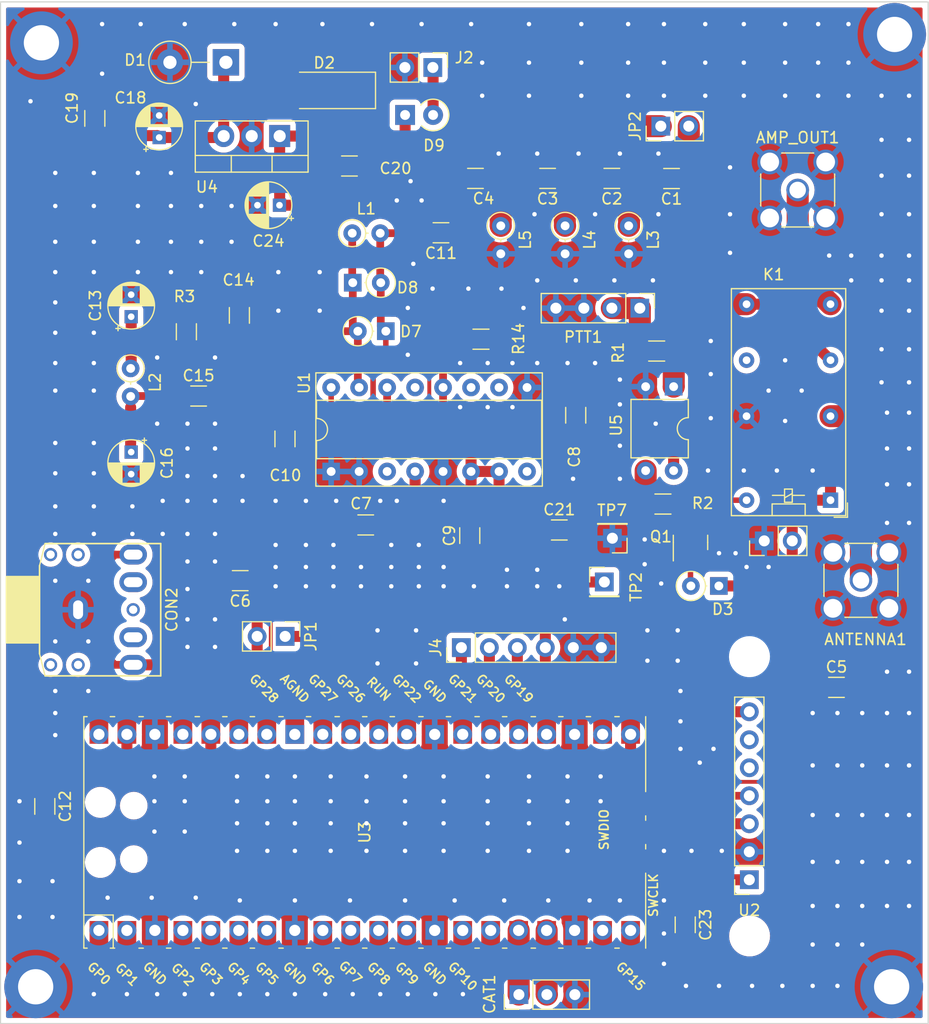
<source format=kicad_pcb>
(kicad_pcb (version 20211014) (generator pcbnew)
  (layers (0 "F.Cu" signal) (31 "B.Cu" signal) (34 "B.Paste" user) (35 "F.Paste" user) (36 "B.SilkS" user "B.Silkscreen") (37 "F.SilkS" user "F.Silkscreen") (38 "B.Mask" user) (39 "F.Mask" user) (44 "Edge.Cuts" user))
  (net 0 "")
  (net 1 "GNDPWR")
  (net 2 "RXB")
  (net 3 "RXA")
  (net 4 "Net-(C11-Pad2)")
  (net 5 "Net-(C11-Pad1)")
  (net 6 "+3V3")
  (net 7 "RX_OSC")
  (net 8 "Net-(C21-Pad1)")
  (net 9 "Net-(D9-Pad2)")
  (net 11 "SCL")
  (net 12 "SDA")
  (net 13 "Net-(C13-Pad1)")
  (net 14 "Net-(C10-Pad2)")
  (net 34 "Net-(CAT1-Pad1)")
  (net 35 "Net-(CAT1-Pad2)")
  (net 39 "Net-(J4-Pad1)")
  (net 40 "Net-(J4-Pad2)")
  (net 41 "Net-(J4-Pad3)")
  (net 50 "+5V")
  (net 51 "Net-(C20-Pad1)")
  (net 52 "Net-(JP1-Pad1)")
  (net 53 "Net-(C1-Pad2)")
  (net 54 "Net-(C2-Pad2)")
  (net 55 "Net-(C3-Pad2)")
  (net 57 "Net-(PTT1-Pad1)")
  (net 58 "Net-(R1-Pad2)")
  (net 59 "Net-(ANTENNA1-Pad1)")
  (net 60 "RX")
  (net 61 "TX")
  (net 62 "Net-(D3-Pad2)")
  (net 64 "Net-(R2-Pad1)")
  (net 65 "Net-(Q1-Pad1)")
  (footprint "MountingHole:MountingHole_3.2mm_M3_ISO7380_Pad" (layer "F.Cu") (at 173.678 129.574)
    (fp_text reference "H1" hide)
    (fp_text value "MountingHole_Pad" hide)
  )
  (footprint "MountingHole:MountingHole_3.2mm_M3_ISO7380_Pad" (layer "F.Cu") (at 173.948 43.184)
    (fp_text reference "H2" hide)
    (fp_text value "MountingHole_Pad" hide)
  )
  (footprint "MountingHole:MountingHole_3.2mm_M3_ISO7380_Pad" (layer "F.Cu") (at 95.978 129.574)
    (fp_text reference "H3" hide)
    (fp_text value "MountingHole_Pad" hide)
  )
  (footprint "MountingHole:MountingHole_3.2mm_M3_ISO7380_Pad" (layer "F.Cu") (at 96.5 43.94)
    (fp_text reference "H4" hide)
    (fp_text value "MountingHole_Pad" hide)
  )
  (footprint "Connector_PinHeader_2.54mm:PinHeader_1x02_P2.54mm_Vertical" (layer "F.Cu") (at 132.032 46.18 -90)
    (fp_text reference "J2")
    (fp_text value "12v (Max 19v)" hide)
  )
  (footprint "Package_DIP:DIP-16_W7.62mm_Socket" (layer "F.Cu") (at 122.8 82.83 90)
    (fp_text reference "U1")
    (fp_text value "CD2003GB_GP" hide)
  )
  (footprint "Connector_PinSocket_2.54mm:PinSocket_1x07_P2.54mm_Vertical" (layer "F.Cu") (at 160.757 119.868 180)
    (fp_text reference "U2")
    (fp_text value "SI535X_Module")
  )
  (footprint "Capacitor_SMD:C_1206_3216Metric_Pad1.33x1.80mm_HandSolder" (layer "F.Cu") (at 114.5455 92.734 180)
    (fp_text reference "C6")
    (fp_text value "100nF" hide)
  )
  (footprint "Capacitor_SMD:C_1206_3216Metric_Pad1.33x1.80mm_HandSolder" (layer "F.Cu") (at 154.94 123.952 -90)
    (fp_text reference "C23")
    (fp_text value "100nF" hide)
  )
  (footprint "Capacitor_THT:CP_Radial_D4.0mm_P2.00mm" (layer "F.Cu") (at 107.188 52.534599 90)
    (fp_text reference "C18")
    (fp_text value "10uF/16V" hide)
  )
  (footprint "Capacitor_SMD:C_1206_3216Metric_Pad1.33x1.80mm_HandSolder" (layer "F.Cu") (at 101.346 50.8 90)
    (fp_text reference "C19")
    (fp_text value "100nF" hide)
  )
  (footprint "Capacitor_SMD:C_1206_3216Metric_Pad1.33x1.80mm_HandSolder" (layer "F.Cu") (at 124.46 55.118)
    (fp_text reference "C20")
    (fp_text value "100nF" hide)
  )
  (footprint "Capacitor_THT:CP_Radial_D4.0mm_P2.00mm" (layer "F.Cu") (at 118.11 58.674 180)
    (fp_text reference "C24")
    (fp_text value "100uF/16V" hide)
  )
  (footprint "Capacitor_SMD:C_1206_3216Metric_Pad1.33x1.80mm_HandSolder" (layer "F.Cu") (at 132.768 61.174 180)
    (fp_text reference "C11")
    (fp_text value "680pF" hide)
  )
  (footprint "Capacitor_SMD:C_1206_3216Metric_Pad1.33x1.80mm_HandSolder" (layer "F.Cu") (at 118.608 79.874 90)
    (fp_text reference "C10")
    (fp_text value "100nF" hide)
  )
  (footprint "Capacitor_SMD:C_1206_3216Metric_Pad1.33x1.80mm_HandSolder" (layer "F.Cu") (at 145 77.73 90)
    (fp_text reference "C8")
    (fp_text value "100nF" hide)
  )
  (footprint "Capacitor_SMD:C_1206_3216Metric_Pad1.33x1.80mm_HandSolder" (layer "F.Cu") (at 143.51 88.138)
    (fp_text reference "C21")
    (fp_text value "100nF" hide)
  )
  (footprint "Capacitor_SMD:C_1206_3216Metric_Pad1.33x1.80mm_HandSolder" (layer "F.Cu") (at 135.382 88.646 90)
    (fp_text reference "C9")
    (fp_text value "100nF" hide)
  )
  (footprint "Capacitor_THT:CP_Radial_D4.0mm_P2.00mm" (layer "F.Cu") (at 104.648 68.790599 90)
    (fp_text reference "C13")
    (fp_text value "10uF/16V" hide)
  )
  (footprint "Capacitor_SMD:C_1206_3216Metric_Pad1.33x1.80mm_HandSolder" (layer "F.Cu") (at 114.47 68.67 90)
    (fp_text reference "C14")
    (fp_text value "100nF" hide)
  )
  (footprint "Capacitor_SMD:C_1206_3216Metric_Pad1.33x1.80mm_HandSolder" (layer "F.Cu") (at 110.768 75.984)
    (fp_text reference "C15")
    (fp_text value "100nF" hide)
  )
  (footprint "Capacitor_THT:CP_Radial_D4.0mm_P2.00mm" (layer "F.Cu") (at 104.648 81.069401 -90)
    (fp_text reference "C16")
    (fp_text value "100uF/16V")
  )
  (footprint "Diode_THT:D_DO-35_SOD27_P2.54mm_Vertical_KathodeUp" (layer "F.Cu") (at 127.762 70.104 180)
    (fp_text reference "D7")
    (fp_text value "1N4148" hide)
  )
  (footprint "Diode_THT:D_DO-35_SOD27_P2.54mm_Vertical_KathodeUp" (layer "F.Cu") (at 124.762 65.704)
    (fp_text reference "D8")
    (fp_text value "1N4148" hide)
  )
  (footprint "Diode_THT:D_A-405_P2.54mm_Vertical_KathodeUp" (layer "F.Cu") (at 129.512 50.49)
    (fp_text reference "D9")
    (fp_text value "1N5817" hide)
  )
  (footprint "Inductor_THT:L_Axial_L5.3mm_D2.2mm_P2.54mm_Vertical_Vishay_IM-1" (layer "F.Cu") (at 104.6 73.48 -90)
    (fp_text reference "L2")
    (fp_text value "100uH")
  )
  (footprint "Inductor_THT:L_Axial_L5.3mm_D2.2mm_P2.54mm_Vertical_Vishay_IM-1" (layer "F.Cu") (at 124.714 61.214)
    (fp_text reference "L1")
    (fp_text value "1uH")
  )
  (footprint "Resistor_SMD:R_1206_3216Metric_Pad1.30x1.75mm_HandSolder" (layer "F.Cu") (at 136.4 70.83)
    (fp_text reference "R14")
    (fp_text value "100" hide)
  )
  (footprint "Connector_PinHeader_2.54mm:PinHeader_1x01_P2.54mm_Vertical" (layer "F.Cu") (at 147.598 92.854)
    (fp_text reference "TP2")
    (fp_text value "CLK1" hide)
  )
  (footprint "Connector_PinHeader_2.54mm:PinHeader_1x01_P2.54mm_Vertical" (layer "F.Cu") (at 148.328 88.884 180)
    (fp_text reference "TP7")
    (fp_text value "GND" hide)
  )
  (footprint "Relay_THT:Relay_DPDT_Omron_G5V-2" (layer "F.Cu") (at 168.128 85.434 180)
    (fp_text reference "K1")
    (fp_text value "Omron G5V-2 / OEN 46-05-2C" hide)
  )
  (footprint "Package_DIP:DIP-4_W7.62mm" (layer "F.Cu") (at 153.888 75.134 -90)
    (fp_text reference "U5")
    (fp_text value "EL817 (OC)" hide)
  )
  (footprint "Capacitor_SMD:C_1206_3216Metric_Pad1.33x1.80mm_HandSolder" (layer "F.Cu") (at 96.808 113.214 -90)
    (fp_text reference "C12")
    (fp_text value "100nF" hide)
  )
  (footprint "Capacitor_SMD:C_1206_3216Metric_Pad1.33x1.80mm_HandSolder" (layer "F.Cu") (at 153.698 56.254 180)
    (fp_text reference "C1")
    (fp_text value "2.2nF" hide)
  )
  (footprint "Connector_Coaxial:SMA_Amphenol_901-144_Vertical" (layer "F.Cu") (at 170.888 92.704)
    (fp_text reference "ANTENNA1")
    (fp_text value "SMA" hide)
  )
  (footprint "Resistor_SMD:R_1206_3216Metric_Pad1.30x1.75mm_HandSolder" (layer "F.Cu") (at 152.918 85.784)
    (fp_text reference "R2")
    (fp_text value "120 or 220" hide)
  )
  (footprint "Connector_PinHeader_2.54mm:PinHeader_1x04_P2.54mm_Vertical" (layer "F.Cu") (at 150.818 68.014 -90)
    (fp_text reference "PTT1")
    (fp_text value "GPIO (3.3v)" hide)
  )
  (footprint "MountingHole:MountingHole_2.7mm_M2.5" (layer "F.Cu") (at 160.782 124.968 90)
    (fp_text reference "S1" hide)
    (fp_text value "MountingHole" hide)
  )
  (footprint "Resistor_SMD:R_1206_3216Metric_Pad1.30x1.75mm_HandSolder" (layer "F.Cu") (at 152.348 71.904)
    (fp_text reference "R1")
    (fp_text value "470" hide)
  )
  (footprint "Diode_THT:D_DO-35_SOD27_P2.54mm_Vertical_KathodeUp" (layer "F.Cu") (at 157.993686 93.214 180)
    (fp_text reference "D3")
    (fp_text value "1N4148" hide)
  )
  (footprint "Connector_PinHeader_2.54mm:PinHeader_1x02_P2.54mm_Vertical" (layer "F.Cu") (at 118.623 97.79 -90)
    (fp_text reference "JP1")
    (fp_text value "Jumper_2_Open" hide)
  )
  (footprint "Connector_PinHeader_2.54mm:PinHeader_1x03_P2.54mm_Vertical" (layer "F.Cu") (at 139.843 130.284 90)
    (fp_text reference "CAT1")
    (fp_text value "CAT")
  )
  (footprint "Connector_Coaxial:SMA_Amphenol_901-144_Vertical" (layer "F.Cu") (at 165.148 57.294)
    (fp_text reference "AMP_OUT1")
    (fp_text value "SMA" hide)
  )
  (footprint "Capacitor_SMD:C_1206_3216Metric_Pad1.33x1.80mm_HandSolder" (layer "F.Cu") (at 168.668 102.414)
    (fp_text reference "C5")
    (fp_text value "100nF" hide)
  )
  (footprint "Inductor_THT:L_Axial_L5.3mm_D2.2mm_P2.54mm_Vertical_Vishay_IM-1" (layer "F.Cu") (at 138.198 60.544 -90)
    (fp_text reference "L5")
    (fp_text value "2.2uH" hide)
  )
  (footprint "Inductor_THT:L_Axial_L5.3mm_D2.2mm_P2.54mm_Vertical_Vishay_IM-1" (layer "F.Cu") (at 149.808 60.544 -90)
    (fp_text reference "L3")
    (fp_text value "2.2uH" hide)
  )
  (footprint "Connector_PinHeader_2.54mm:PinHeader_1x02_P2.54mm_Vertical" (layer "F.Cu") (at 152.723 51.504 90)
    (fp_text reference "JP2")
    (fp_text value "Filter-Skip")
  )
  (footprint "Diode_SMD:D_SMA_Handsoldering" (layer "F.Cu") (at 122.428 48.26 180)
    (fp_text reference "D2")
    (fp_text value "1N4001" hide)
  )
  (footprint "Inductor_THT:L_Axial_L5.3mm_D2.2mm_P2.54mm_Vertical_Vishay_IM-1" (layer "F.Cu") (at 144.038 60.544 -90)
    (fp_text reference "L4")
    (fp_text value "2.2uH" hide)
  )
  (footprint "Package_TO_SOT_THT:TO-220-3_Vertical" (layer "F.Cu") (at 118.126 52.402 180)
    (fp_text reference "U4")
    (fp_text value "CDIL_7805_TO220" hide)
  )
  (footprint "Connector_PinHeader_2.54mm:PinHeader_1x06_P2.54mm_Vertical" (layer "F.Cu") (at 134.62 98.806 90)
    (fp_text reference "J4")
    (fp_text value "IO")
  )
  (footprint "Capacitor_SMD:C_1206_3216Metric_Pad1.33x1.80mm_HandSolder" (layer "F.Cu") (at 142.448 56.244 180)
    (fp_text reference "C3")
    (fp_text value "820" hide)
  )
  (footprint "Capacitor_SMD:C_1206_3216Metric_Pad1.33x1.80mm_HandSolder" (layer "F.Cu") (at 125.9375 87.68)
    (fp_text reference "C7")
    (fp_text value "470nF" hide)
  )
  (footprint "Connector_PinHeader_2.54mm:PinHeader_1x02_P2.54mm_Vertical" (layer "F.Cu") (at 162.113 89.124 90)
    (fp_text reference "RELAY_POWER1" hide)
    (fp_text value "RelayPower1" hide)
  )
  (footprint "Diode_THT:D_DO-15_P5.08mm_Vertical_KathodeUp" (layer "F.Cu") (at 113.246 45.712 180)
    (fp_text reference "D1")
    (fp_text value "5.6V 5W" hide)
  )
  (footprint "Package_TO_SOT_SMD:SOT-23" (layer "F.Cu") (at 155.418 89.264 90)
    (fp_text reference "Q1")
    (fp_text value "MMBT3904" hide)
  )
  (footprint "Capacitor_SMD:C_1206_3216Metric_Pad1.33x1.80mm_HandSolder" (layer "F.Cu") (at 135.898 56.244 180)
    (fp_text reference "C4")
    (fp_text value "2.2nF" hide)
  )
  (footprint "MountingHole:MountingHole_2.7mm_M2.5" (layer "F.Cu") (at 160.772 99.628 90)
    (fp_text reference "S2" hide)
    (fp_text value "MountingHole" hide)
  )
  (footprint "Capacitor_SMD:C_1206_3216Metric_Pad1.33x1.80mm_HandSolder" (layer "F.Cu") (at 148.278 56.244 180)
    (fp_text reference "C2")
    (fp_text value "820" hide)
  )
  (footprint "footprints:RPi_Pico_SMD_TH" (layer "F.Cu") (at 125.85 115.57 90)
    (fp_text reference "U3")
    (fp_text value "Pico")
  )
  (footprint "footprints:PJ-307" (layer "F.Cu") (at 102.83 95.37)
    (fp_text reference "CON2")
    (fp_text value "MIC")
  )
  (footprint "Resistor_SMD:R_1206_3216Metric_Pad1.30x1.75mm_HandSolder" (layer "F.Cu") (at 109.658 70.154 90)
    (fp_text reference "R3")
    (fp_text value "0" hide)
  )
  (gr_rect (start 92.79 40.23) (end 176.99 132.91) (layer "Edge.Cuts") (width 0.1) (fill none))
  (segment (start 112.6615 76.02) (end 112.7375 76.096) (width 0.25) (layer "F.Cu") (net 1))
  (via (at 132.008 66.244) (size 0.8) (drill 0.4) (layers "F.Cu" "B.Cu") (net 1))
  (via (at 171.008 109.494) (size 0.8) (drill 0.4) (layers "F.Cu" "B.Cu") (net 1))
  (via (at 120.508 91.494) (size 0.8) (drill 0.4) (layers "F.Cu" "B.Cu") (net 1))
  (via (at 146.758 59.494) (size 0.8) (drill 0.4) (layers "F.Cu" "B.Cu") (net 1))
  (via (at 124.508 121.744) (size 0.8) (drill 0.4) (layers "F.Cu" "B.Cu") (net 1))
  (via (at 113.758 58.744) (size 0.8) (drill 0.4) (layers "F.Cu" "B.Cu") (net 1))
  (via (at 141.508 65.494) (size 0.8) (drill 0.4) (layers "F.Cu" "B.Cu") (net 1))
  (via (at 167.008 45.744) (size 0.8) (drill 0.4) (layers "F.Cu" "B.Cu") (net 1))
  (via (at 149.008 121.744) (size 0.8) (drill 0.4) (layers "F.Cu" "B.Cu") (net 1))
  (via (at 132.258 130.244) (size 0.8) (drill 0.4) (layers "F.Cu" "B.Cu") (net 1))
  (via (at 149.758 48.744) (size 0.8) (drill 0.4) (layers "F.Cu" "B.Cu") (net 1))
  (via (at 157.258 73.994) (size 0.8) (drill 0.4) (layers "F.Cu" "B.Cu") (net 1))
  (via (at 166.508 109.494) (size 0.8) (drill 0.4) (layers "F.Cu" "B.Cu") (net 1))
  (via (at 159.508 90.244) (size 0.8) (drill 0.4) (layers "F.Cu" "B.Cu") (net 1))
  (via (at 153.008 48.744) (size 0.8) (drill 0.4) (layers "F.Cu" "B.Cu") (net 1))
  (via (at 156.758 48.744) (size 0.8) (drill 0.4) (layers "F.Cu" "B.Cu") (net 1))
  (via (at 155.008 129.494) (size 0.8) (drill 0.4) (layers "F.Cu" "B.Cu") (net 1))
  (via (at 173.258 122.244) (size 0.8) (drill 0.4) (layers "F.Cu" "B.Cu") (net 1))
  (via (at 105.258 61.994) (size 0.8) (drill 0.4) (layers "F.Cu" "B.Cu") (net 1))
  (via (at 157.258 70.994) (size 0.8) (drill 0.4) (layers "F.Cu" "B.Cu") (net 1))
  (via (at 156.758 45.744) (size 0.8) (drill 0.4) (layers "F.Cu" "B.Cu") (net 1))
  (via (at 112.258 72.494) (size 0.8) (drill 0.4) (layers "F.Cu" "B.Cu") (net 1))
  (via (at 171.008 122.244) (size 0.8) (drill 0.4) (layers "F.Cu" "B.Cu") (net 1))
  (via (at 101.258 72.994) (size 0.8) (drill 0.4) (layers "F.Cu" "B.Cu") (net 1))
  (via (at 149.758 45.744) (size 0.8) (drill 0.4) (layers "F.Cu" "B.Cu") (net 1))
  (via (at 137.008 114.744) (size 0.8) (drill 0.4) (layers "F.Cu" "B.Cu") (net 1))
  (via (at 109.758 83.244) (size 0.8) (drill 0.4) (layers "F.Cu" "B.Cu") (net 1))
  (via (at 173.258 83.994) (size 0.8) (drill 0.4) (layers "F.Cu" "B.Cu") (net 1))
  (via (at 126.008 112.744) (size 0.8) (drill 0.4) (layers "F.Cu" "B.Cu") (net 1))
  (via (at 140.758 117.244) (size 0.8) (drill 0.4) (layers "F.Cu" "B.Cu") (net 1))
  (via (at 175.258 65.494) (size 0.8) (drill 0.4) (layers "F.Cu" "B.Cu") (net 1))
  (via (at 97.758 106.744) (size 0.8) (drill 0.4) (layers "F.Cu" "B.Cu") (net 1))
  (via (at 175.258 109.494) (size 0.8) (drill 0.4) (layers "F.Cu" "B.Cu") (net 1))
  (via (at 153.008 42.244) (size 0.8) (drill 0.4) (layers "F.Cu" "B.Cu") (net 1))
  (via (at 126.508 42.244) (size 0.8) (drill 0.4) (layers "F.Cu" "B.Cu") (net 1))
  (via (at 137.008 72.994) (size 0.8) (drill 0.4) (layers "F.Cu" "B.Cu") (net 1))
  (via (at 161.008 129.494) (size 0.8) (drill 0.4) (layers "F.Cu" "B.Cu") (net 1))
  (via (at 126.008 117.244) (size 0.8) (drill 0.4) (layers "F.Cu" "B.Cu") (net 1))
  (via (at 172.758 59.494) (size 0.8) (drill 0.4) (layers "F.Cu" "B.Cu") (net 1))
  (via (at 166.508 129.494) (size 0.8) (drill 0.4) (layers "F.Cu" "B.Cu") (net 1))
  (via (at 119.508 114.744) (size 0.8) (drill 0.4) (layers "F.Cu" "B.Cu") (net 1))
  (via (at 107.008 78.494) (size 0.8) (drill 0.4) (layers "F.Cu" "B.Cu") (net 1))
  (via (at 122.008 42.244) (size 0.8) (drill 0.4) (layers "F.Cu" "B.Cu") (net 1))
  (via (at 112.258 78.494) (size 0.8) (drill 0.4) (layers "F.Cu" "B.Cu") (net 1))
  (via (at 114.258 117.244) (size 0.8) (drill 0.4) (layers "F.Cu" "B.Cu") (net 1))
  (via (at 164.008 48.744) (size 0.8) (drill 0.4) (layers "F.Cu" "B.Cu") (net 1))
  (via (at 145.508 42.244) (size 0.8) (drill 0.4) (layers "F.Cu" "B.Cu") (net 1))
  (via (at 168.758 109.494) (size 0.8) (drill 0.4) (layers "F.Cu" "B.Cu") (net 1))
  (via (at 110.508 49.494) (size 0.8) (drill 0.4) (layers "F.Cu" "B.Cu") (net 1))
  (via (at 173.258 100.994) (size 0.8) (drill 0.4) (layers "F.Cu" "B.Cu") (net 1))
  (via (at 169.758 48.744) (size 0.8) (drill 0.4) (layers "F.Cu" "B.Cu") (net 1))
  (via (at 145.508 45.744) (size 0.8) (drill 0.4) (layers "F.Cu" "B.Cu") (net 1))
  (via (at 120.508 89.494) (size 0.8) (drill 0.4) (layers "F.Cu" "B.Cu") (net 1))
  (via (at 156.758 42.244) (size 0.8) (drill 0.4) (layers "F.Cu" "B.Cu") (net 1))
  (via (at 122.758 110.494) (size 0.8) (drill 0.4) (layers "F.Cu" "B.Cu") (net 1))
  (via (at 109.758 78.494) (size 0.8) (drill 0.4) (layers "F.Cu" "B.Cu") (net 1))
  (via (at 147.258 112.744) (size 0.8) (drill 0.4) (layers "F.Cu" "B.Cu") (net 1))
  (via (at 151.258 91.244) (size 0.8) (drill 0.4) (layers "F.Cu" "B.Cu") (net 1))
  (via (at 97.758 61.994) (size 0.8) (drill 0.4) (layers "F.Cu" "B.Cu") (net 1))
  (via (at 109.758 85.494) (size 0.8) (drill 0.4) (layers "F.Cu" "B.Cu") (net 1))
  (via (at 114.008 42.244) (size 0.8) (drill 0.4) (layers "F.Cu" "B.Cu") (net 1))
  (via (at 172.758 52.744) (size 0.8) (drill 0.4) (layers "F.Cu" "B.Cu") (net 1))
  (via (at 175.258 68.244) (size 0.8) (drill 0.4) (layers "F.Cu" "B.Cu") (net 1))
  (via (at 160.508 91.494) (size 0.8) (drill 0.4) (layers "F.Cu" "B.Cu") (net 1))
  (via (at 170.008 65.494) (size 0.8) (drill 0.4) (layers "F.Cu" "B.Cu") (net 1))
  (via (at 175.258 100.994) (size 0.8) (drill 0.4) (layers "F.Cu" "B.Cu") (net 1))
  (via (at 173.258 118.244) (size 0.8) (drill 0.4) (layers "F.Cu" "B.Cu") (net 1))
  (via (at 152.008 65.494) (size 0.8) (drill 0.4) (layers "F.Cu" "B.Cu") (net 1))
  (via (at 114.508 130.244) (size 0.8) (drill 0.4) (layers "F.Cu" "B.Cu") (net 1))
  (via (at 166.508 118.244) (size 0.8) (drill 0.4) (layers "F.Cu" "B.Cu") (net 1))
  (via (at 134.008 121.744) (size 0.8) (drill 0.4) (layers "F.Cu" "B.Cu") (net 1))
  (via (at 119.508 112.744) (size 0.8) (drill 0.4) (layers "F.Cu" "B.Cu") (net 1))
  (via (at 101.258 58.744) (size 0.8) (drill 0.4) (layers "F.Cu" "B.Cu") (net 1))
  (via (at 110.508 121.494) (size 0.8) (drill 0.4) (layers "F.Cu" "B.Cu") (net 1))
  (via (at 113.758 61.994) (size 0.8) (drill 0.4) (layers "F.Cu" "B.Cu") (net 1))
  (via (at 114.508 121.744) (size 0.8) (drill 0.4) (layers "F.Cu" "B.Cu") (net 1))
  (via (at 142.508 121.744) (size 0.8) (drill 0.4) (layers "F.Cu" "B.Cu") (net 1))
  (via (at 109.758 98.744) (size 0.8) (drill 0.4) (layers "F.Cu" "B.Cu") (net 1))
  (via (at 144.008 96.244) (size 0.8) (drill 0.4) (layers "F.Cu" "B.Cu") (net 1))
  (via (at 106.758 112.744) (size 0.8) (drill 0.4) (layers "F.Cu" "B.Cu") (net 1))
  (via (at 122.758 117.244) (size 0.8) (drill 0.4) (layers "F.Cu" "B.Cu") (net 1))
  (via (at 128.758 58.244) (size 0.8) (drill 0.4) (layers "F.Cu" "B.Cu") (net 1))
  (via (at 173.258 77.494) (size 0.8) (drill 0.4) (layers "F.Cu" "B.Cu") (net 1))
  (via (at 118.008 64.744) (size 0.8) (drill 0.4) (layers "F.Cu" "B.Cu") (net 1))
  (via (at 162.508 75.494) (size 0.8) (drill 0.4) (layers "F.Cu" "B.Cu") (net 1))
  (via (at 138.508 121.744) (size 0.8) (drill 0.4) (layers "F.Cu" "B.Cu") (net 1))
  (via (at 97.758 67.494) (size 0.8) (drill 0.4) (layers "F.Cu" "B.Cu") (net 1))
  (via (at 135.258 66.244) (size 0.8) (drill 0.4) (layers "F.Cu" "B.Cu") (net 1))
  (via (at 149.008 83.494) (size 0.8) (drill 0.4) (layers "F.Cu" "B.Cu") (net 1))
  (via (at 106.508 121.494) (size 0.8) (drill 0.4) (layers "F.Cu" "B.Cu") (net 1))
  (via (at 97.758 72.994) (size 0.8) (drill 0.4) (layers "F.Cu" "B.Cu") (net 1))
  (via (at 130.508 100.244) (size 0.8) (drill 0.4) (layers "F.Cu" "B.Cu") (net 1))
  (via (at 151.258 88.994) (size 0.8) (drill 0.4) (layers "F.Cu" "B.Cu") (net 1))
  (via (at 117.008 114.744) (size 0.8) (drill 0.4) (layers "F.Cu" "B.Cu") (net 1))
  (via (at 97.758 88.494) (size 0.8) (drill 0.4) (layers "F.Cu" "B.Cu") (net 1))
  (via (at 102.508 121.494) (size 0.8) (drill 0.4) (layers "F.Cu" "B.Cu") (net 1))
  (via (at 152.258 78.494) (size 0.8) (drill 0.4) (layers "F.Cu" "B.Cu") (net 1))
  (via (at 151.508 99.994) (size 0.8) (drill 0.4) (layers "F.Cu" "B.Cu") (net 1))
  (via (at 112.258 88.494) (size 0.8) (drill 0.4) (layers "F.Cu" "B.Cu") (net 1))
  (via (at 127.008 100.244) (size 0.8) (drill 0.4) (layers "F.Cu" "B.Cu") (net 1))
  (via (at 130.258 63.994) (size 0.8) (drill 0.4) (layers "F.Cu" "B.Cu") (net 1))
  (via (at 126.008 110.494) (size 0.8) (drill 0.4) (layers "F.Cu" "B.Cu") (net 1))
  (via (at 130.758 89.494) (size 0.8) (drill 0.4) (layers "F.Cu" "B.Cu") (net 1))
  (via (at 123.008 93.244) (size 0.8) (drill 0.4) (layers "F.Cu" "B.Cu") (net 1))
  (via (at 112.008 130.244) (size 0.8) (drill 0.4) (layers "F.Cu" "B.Cu") (net 1))
  (via (at 122.758 112.744) (size 0.8) (drill 0.4) (layers "F.Cu" "B.Cu") (net 1))
  (via (at 121.758 68.244) (size 0.8) (drill 0.4) (layers "F.Cu" "B.Cu") (net 1))
  (via (at 168.758 129.494) (size 0.8) (drill 0.4) (layers "F.Cu" "B.Cu") (net 1))
  (via (at 153.008 127.494) (size 0.8) (drill 0.4) (layers "F.Cu" "B.Cu") (net 1))
  (via (at 109.508 115.494) (size 0.8) (drill 0.4) (layers "F.Cu" "B.Cu") (net 1))
  (via (at 157.258 77.994) (size 0.8) (drill 0.4) (layers "F.Cu" "B.Cu") (net 1))
  (via (at 119.508 121.744) (size 0.8) (drill 0.4) (layers "F.Cu" "B.Cu") (net 1))
  (via (at 166.508 104.744) (size 0.8) (drill 0.4) (layers "F.Cu" "B.Cu") (net 1))
  (via (at 129.508 121.744) (size 0.8) (drill 0.4) (layers "F.Cu" "B.Cu") (net 1))
  (via (at 105.258 55.744) (size 0.8) (drill 0.4) (layers "F.Cu" "B.Cu") (net 1))
  (via (at 154.508 107.994) (size 0.8) (drill 0.4) (layers "F.Cu" "B.Cu") (net 1))
  (via (at 124.758 130.244) (size 0.8) (drill 0.4) (layers "F.Cu" "B.Cu") (net 1))
  (via (at 97.508 123.244) (size 0.8) (drill 0.4) (layers "F.Cu" "B.Cu") (net 1))
  (via (at 175.258 113.994) (size 0.8) (drill 0.4) (layers "F.Cu" "B.Cu") (net 1))
  (via (at 139.258 72.994) (size 0.8) (drill 0.4) (layers "F.Cu" "B.Cu") (net 1))
  (via (at 129.758 67.994) (size 0.8) (drill 0.4) (layers "F.Cu" "B.Cu") (net 1))
  (via (at 101.258 130.244) (size 0.8) (drill 0.4) (layers "F.Cu" "B.Cu") (net 1))
  (via (at 129.508 114.744) (size 0.8) (drill 0.4) (layers "F.Cu" "B.Cu") (net 1))
  (via (at 170.008 63.244) (size 0.8) (drill 0.4) (layers "F.Cu" "B.Cu") (net 1))
  (via (at 105.258 58.744) (size 0.8) (drill 0.4) (layers "F.Cu" "B.Cu") (net 1))
  (via (at 108.258 55.744) (size 0.8) (drill 0.4) (layers "F.Cu" "B.Cu") (net 1))
  (via (at 149.008 76.744) (size 0.8) (drill 0.4) (layers "F.Cu" "B.Cu") (net 1))
  (via (at 140.758 48.744) (size 0.8) (drill 0.4) (layers "F.Cu" "B.Cu") (net 1))
  (via (at 101.258 85.994) (size 0.8) (drill 0.4) (layers "F.Cu" "B.Cu") (net 1))
  (via (at 147.258 110.494) (size 0.8) (drill 0.4) (layers "F.Cu" "B.Cu") (net 1))
  (via (at 108.258 61.994) (size 0.8) (drill 0.4) (layers "F.Cu" "B.Cu") (net 1))
  (via (at 107.508 88.494) (size 0.8) (drill 0.4) (layers "F.Cu" "B.Cu") (net 1))
  (via (at 104.758 85.994) (size 0.8) (drill 0.4) (layers "F.Cu" "B.Cu") (net 1))
  (via (at 112.258 96.244) (size 0.8) (drill 0.4) (layers "F.Cu" "B.Cu") (net 1))
  (via (at 97.758 80.244) (size 0.8) (drill 0.4) (layers "F.Cu" "B.Cu") (net 1))
  (via (at 168.758 104.744) (size 0.8) (drill 0.4) (layers "F.Cu" "B.Cu") (net 1))
  (via (at 152.508 59.494) (size 0.8) (drill 0.4) (layers "F.Cu" "B.Cu") (net 1))
  (via (at 144.258 117.244) (size 0.8) (drill 0.4) (layers "F.Cu" "B.Cu") (net 1))
  (via (at 133.008 114.744) (size 0.8) (drill 0.4) (layers "F.Cu" "B.Cu") (net 1))
  (via (at 153.008 124.744) (size 0.8) (drill 0.4) (layers "F.Cu" "B.Cu") (net 1))
  (via (at 141.508 53.994) (size 0.8) (drill 0.4) (layers "F.Cu" "B.Cu") (net 1))
  (via (at 118.008 68.244) (size 0.8) (drill 0.4) (layers "F.Cu" "B.Cu") (net 1))
  (via (at 151.508 97.244) (size 0.8) (drill 0.4) (layers "F.Cu" "B.Cu") (net 1))
  (via (at 109.758 90.994) (size 0.8) (drill 0.4) (layers "F.Cu" "B.Cu") (net 1))
  (via (at 149.008 74.494) (size 0.8) (drill 0.4) (layers "F.Cu" "B.Cu") (net 1))
  (via (at 94.508 112.744) (size 0.8) (drill 0.4) (layers "F.Cu" "B.Cu") (net 1))
  (via (at 164.008 45.744) (size 0.8) (drill 0.4) (layers "F.Cu" "B.Cu") (net 1))
  (via (at 173.258 109.494) (size 0.8) (drill 0.4) (layers "F.Cu" "B.Cu") (net 1))
  (via (at 111.008 64.744) (size 0.8) (drill 0.4) (layers "F.Cu" "B.Cu") (net 1))
  (via (at 149.008 80.494) (size 0.8) (drill 0.4) (layers "F.Cu" "B.Cu") (net 1))
  (via (at 153.008 45.744) (size 0.8) (drill 0.4) (layers "F.Cu" "B.Cu") (net 1))
  (via (at 134.758 130.244) (size 0.8) (drill 0.4) (layers "F.Cu" "B.Cu") (net 1))
  (via (at 101.258 88.494) (size 0.8) (drill 0.4) (layers "F.Cu" "B.Cu") (net 1))
  (via (at 97.758 64.744) (size 0.8) (drill 0.4) (layers "F.Cu" "B.Cu") (net 1))
  (via (at 137.008 117.244) (size 0.8) (drill 0.4) (layers "F.Cu" "B.Cu") (net 1))
  (via (at 109.758 93.494) (size 0.8) (drill 0.4) (layers "F.Cu" "B.Cu") (net 1))
  (via (at 140.758 112.744) (size 0.8) (drill 0.4) (layers "F.Cu" "B.Cu") (net 1))
  (via (at 97.758 85.994) (size 0.8) (drill 0.4) (layers "F.Cu" "B.Cu") (net 1))
  (via (at 133.008 112.744) (size 0.8) (drill 0.4) (layers "F.Cu" "B.Cu") (net 1))
  (via (at 109.758 80.744) (size 0.8) (drill 0.4) (layers "F.Cu" "B.Cu") (net 1))
  (via (at 114.758 83.244) (size 0.8) (drill 0.4) (layers "F.Cu" "B.Cu") (net 1))
  (via (at 119.508 110.494) (size 0.8) (drill 0.4) (layers "F.Cu" "B.Cu") (net 1))
  (via (at 153.008 117.244) (size 0.8) (drill 0.4) (layers "F.Cu" "B.Cu") (net 1))
  (via (at 154.508 105.494) (size 0.8) (drill 0.4) (layers "F.Cu" "B.Cu") (net 1))
  (via (at 149.008 53.994) (size 0.8) (drill 0.4) (layers "F.Cu" "B.Cu") (net 1))
  (via (at 123.008 89.494) (size 0.8) (drill 0.4) (layers "F.Cu" "B.Cu") (net 1))
  (via (at 97.758 70.244) (size 0.8) (drill 0.4) (layers "F.Cu" "B.Cu") (net 1))
  (via (at 172.758 55.994) (size 0.8) (drill 0.4) (layers "F.Cu" "B.Cu") (net 1))
  (via (at 139.258 76.994) (size 0.8) (drill 0.4) (layers "F.Cu" "B.Cu") (net 1))
  (via (at 111.008 58.744) (size 0.8) (drill 0.4) (layers "F.Cu" "B.Cu") (net 1))
  (via (at 172.758 74.744) (size 0.8) (drill 0.4) (layers "F.Cu" "B.Cu") (net 1))
  (via (at 175.258 80.744) (size 0.8) (drill 0.4) (layers "F.Cu" "B.Cu") (net 1))
  (via (at 130.758 91.494) (size 0.8) (drill 0.4) (layers "F.Cu" "B.Cu") (net 1))
  (via (at 154.258 97.244) (size 0.8) (drill 0.4) (layers "F.Cu" "B.Cu") (net 1))
  (via (at 117.008 110.494) (size 0.8) (drill 0.4) (layers "F.Cu" "B.Cu") (net 1))
  (via (at 129.508 117.244) (size 0.8) (drill 0.4) (layers "F.Cu" "B.Cu") (net 1))
  (via (at 145.258 53.994) (size 0.8) (drill 0.4) (layers "F.Cu" "B.Cu") (net 1))
  (via (at 159.008 62.994) (size 0.8) (drill 0.4) (layers "F.Cu" "B.Cu") (net 1))
  (via (at 168.758 113.994) (size 0.8) (drill 0.4) (layers "F.Cu" "B.Cu") (net 1))
  (via (at 97.758 75.494) (size 0.8) (drill 0.4) (layers "F.Cu" "B.Cu") (net 1))
  (via (at 112.258 83.244) (size 0.8) (drill 0.4) (layers "F.Cu" "B.Cu") (net 1))
  (via (at 164.008 78.244) (size 0.8) (drill 0.4) (layers "F.Cu" "B.Cu") (net 1))
  (via (at 104.758 88.494) (size 0.8) (drill 0.4) (layers "F.Cu" "B.Cu") (net 1))
  (via (at 97.758 104.744) (size 0.8) (drill 0.4) (layers "F.Cu" "B.Cu") (net 1))
  (via (at 123.008 91.494) (size 0.8) (drill 0.4) (layers "F.Cu" "B.Cu") (net 1))
  (via (at 133.008 85.494) (size 0.8) (drill 0.4) (layers "F.Cu" "B.Cu") (net 1))
  (via (at 101.258 55.744) (size 0.8) (drill 0.4) (layers "F.Cu" "B.Cu") (net 1))
  (via (at 117.758 93.244) (size 0.8) (drill 0.4) (layers "F.Cu" "B.Cu") (net 1))
  (via (at 135.758 93.244) (size 0.8) (drill 0.4) (layers "F.Cu" "B.Cu") (net 1))
  (via (at 101.258 75.494) (size 0.8) (drill 0.4) (layers "F.Cu" "B.Cu") (net 1))
  (via (at 117.758 85.494) (size 0.8) (drill 0.4) (layers "F.Cu" "B.Cu") (net 1))
  (via (at 117.758 91.494) (size 0.8) (drill 0.4) (layers "F.Cu" "B.Cu") (net 1))
  (via (at 97.758 58.744) (size 0.8) (drill 0.4) (layers "F.Cu" "B.Cu") (net 1))
  (via (at 101.258 82.994) (size 0.8) (drill 0.4) (layers "F.Cu" "B.Cu") (net 1))
  (via (at 133.008 93.244) (size 0.8) (drill 0.4) (layers "F.Cu" "B.Cu") (net 1))
  (via (at 164.008 72.744) (size 0.8) (drill 0.4) (layers "F.Cu" "B.Cu") (net 1))
  (via (at 165.508 75.494) (size 0.8) (drill 0.4) (layers "F.Cu" "B.Cu") (net 1))
  (via (at 105.508 42.244) (size 0.8) (drill 0.4) (layers "F.Cu" "B.Cu") (net 1))
  (via (at 117.008 112.744) (size 0.8) (drill 0.4) (layers "F.Cu" "B.Cu") (net 1))
  (via (at 175.258 52.744) (size 0.8) (drill 0.4) (layers "F.Cu" "B.Cu") (net 1))
  (via (at 141.508 93.244) (size 0.8) (drill 0.4) (layers "F.Cu" "B.Cu") (net 1))
  (via (at 173.258 80.744) (size 0.8) (drill 0.4) (layers "F.Cu" "B.Cu") (net 1))
  (via (at 100.758 92.744) (size 0.8) (drill 0.4) (layers "F.Cu" "B.Cu") (net 1))
  (via (at 144.258 114.744) (size 0.8) (drill 0.4) (layers "F.Cu" "B.Cu") (net 1))
  (via (at 104.258 130.244) (size 0.8) (drill 0.4) (layers "F.Cu" "B.Cu") (net 1))
  (via (at 140.758 42.244) (size 0.8) (drill 0.4) (layers "F.Cu" "B.Cu") (net 1))
  (via (at 173.258 113.994) (size 0.8) (drill 0.4) (layers "F.Cu" "B.Cu") (net 1))
  (via (at 122.258 130.244) (size 0.8) (drill 0.4) (layers "F.Cu" "B.Cu") (net 1))
  (via (at 136.508 48.744) (size 0.8) (drill 0.4) (layers "F.Cu" "B.Cu") (net 1))
  (via (at 169.758 42.244) (size 0.8) (drill 0.4) (layers "F.Cu" "B.Cu") (net 1))
  (via (at 126.008 114.744) (size 0.8) (drill 0.4) (layers "F.Cu" "B.Cu") (net 1))
  (via (at 175.258 118.244) (size 0.8) (drill 0.4) (layers "F.Cu" "B.Cu") (net 1))
  (via (at 109.508 130.244) (size 0.8) (drill 0.4) (layers "F.Cu" "B.Cu") (net 1))
  (via (at 172.758 68.244) (size 0.8) (drill 0.4) (layers "F.Cu" "B.Cu") (net 1))
  (via (at 172.758 71.744) (size 0.8) (drill 0.4) (layers "F.Cu" "B.Cu") (net 1))
  (via (at 146.258 121.744) (size 0.8) (drill 0.4) (layers "F.Cu" "B.Cu") (net 1))
  (via (at 157.008 82.744) (size 0.8) (drill 0.4) (layers "F.Cu" "B.Cu") (net 1))
  (via (at 122.758 114.744) (size 0.8) (drill 0.4) (layers "F.Cu" "B.Cu") (net 1))
  (via (at 152.508 53.994) (size 0.8) (drill 0.4) (layers "F.Cu" "B.Cu") (net 1))
  (via (at 175.258 55.994) (size 0.8) (drill 0.4) (layers "F.Cu" "B.Cu") (net 1))
  (via (at 153.008 121.744) (size 0.8) (drill 0.4) (layers "F.Cu" "B.Cu") (net 1))
  (via (at 106.758 115.494) (size 0.8) (drill 0.4) (layers "F.Cu" "B.Cu") (net 1))
  (via (at 97.758 92.744) (size 0.8) (drill 0.4) (layers "F.Cu" "B.Cu") (net 1))
  (via (at 137.008 110.494) (size 0.8) (drill 0.4) (layers "F.Cu" "B.Cu") (net 1))
  (via (at 129.508 112.744) (size 0.8) (drill 0.4) (layers "F.Cu" "B.Cu") (net 1))
  (via (at 129.508 110.494) (size 0.8) (drill 0.4) (layers "F.Cu" "B.Cu") (net 1))
  (via (at 159.008 59.494) (size 0.8) (drill 0.4) (layers "F.Cu" "B.Cu") (net 1))
  (via (at 167.008 42.244) (size 0.8) (drill 0.4) (layers "F.Cu" "B.Cu") (net 1))
  (via (at 175.258 104.744) (size 0.8) (drill 0.4) (layers "F.Cu" "B.Cu") (net 1))
  (via (at 125.508 91.494) (size 0.8) (drill 0.4) (layers "F.Cu" "B.Cu") (net 1))
  (via (at 128.258 93.244) (size 0.8) (drill 0.4) (layers "F.Cu" "B.Cu") (net 1))
  (via (at 175.258 87.494) (size 0.8) (drill 0.4) (layers "F.Cu" "B.Cu") (net 1))
  (via (at 112.258 80.744) (size 0.8) (drill 0.4) (layers "F.Cu" "B.Cu") (net 1))
  (via (at 145.008 65.494) (size 0.8) (drill 0.4) (layers "F.Cu" "B.Cu") (net 1))
  (via (at 108.258 64.744) (size 0.8) (drill 0.4) (layers "F.Cu" "B.Cu") (net 1))
  (via (at 101.258 61.994) (size 0.8) (drill 0.4) (layers "F.Cu" "B.Cu") (net 1))
  (via (at 140.258 67.994) (size 0.8) (drill 0.4) (layers "F.Cu" "B.Cu") (net 1))
  (via (at 130.508 97.244) (size 0.8) (drill 0.4) (layers "F.Cu" "B.Cu") (net 1))
  (via (at 141.258 59.494) (size 0.8) (drill 0.4) (layers "F.Cu" "B.Cu") (net 1))
  (via (at 125.508 93.244) (size 0.8) (drill 0.4) (layers "F.Cu" "B.Cu") (net 1))
  (via (at 127.258 130.244) (size 0.8) (drill 0.4) (layers "F.Cu" "B.Cu") (net 1))
  (via (at 164.008 42.244) (size 0.8) (drill 0.4) (layers "F.Cu" "B.Cu") (net 1))
  (via (at 138.258 66.244) (size 0.8) (drill 0.4) (layers "F.Cu" "B.Cu") (net 1))
  (via (at 171.008 113.994) (size 0.8) (drill 0.4) (layers "F.Cu" "B.Cu") (net 1))
  (via (at 107.008 130.244) (size 0.8) (drill 0.4) (layers "F.Cu" "B.Cu") (net 1))
  (via (at 149.758 42.244) (size 0.8) (drill 0.4) (layers "F.Cu" "B.Cu") (net 1))
  (via (at 133.008 117.244) (size 0.8) (drill 0.4) (layers "F.Cu" "B.Cu") (net 1))
  (via (at 160.258 45.744) (size 0.8) (drill 0.4) (layers "F.Cu" "B.Cu") (net 1))
  (via (at 157.508 107.994) (size 0.8) (drill 0.4) (layers "F.Cu" "B.Cu") (net 1))
  (via (at 107.508 85.494) (size 0.8) (drill 0.4) (layers "F.Cu" "B.Cu") (net 1))
  (via (at 128.258 91.494) (size 0.8) (drill 0.4) (layers "F.Cu" "B.Cu") (net 1))
  (via (at 145.508 48.744) (size 0.8) (drill 0.4) (layers "F.Cu" "B.Cu") (net 1))
  (via (at 94.508 116.494) (size 0.8) (drill 0.4) (layers "F.Cu" "B.Cu") (net 1))
  (via (at 134.508 72.994) (size 0.8) (drill 0.4) (layers "F.Cu" "B.Cu") (net 1))
  (via (at 121.758 64.744) (size 0.8) (drill 0.4) (layers "F.Cu" "B.Cu") (net 1))
  (via (at 100.758 98.244) (size 0.8) (drill 0.4) (layers "F.Cu" "B.Cu") (net 1))
  (via (at 158.258 117.244) (size 0.8) (drill 0.4) (layers "F.Cu" "B.Cu") (net 1))
  (via (at 129.758 130.244) (size 0.8) (drill 0.4) (layers "F.Cu" "B.Cu") (net 1))
  (via (at 166.508 82.744) (size 0.8) (drill 0.4) (layers "F.Cu" "B.Cu") (net 1))
  (via (at 173.258 104.744) (size 0.8) (drill 0.4) (layers "F.Cu" "B.Cu") (net 1))
  (via (at 171.008 104.744) (size 0.8) (drill 0.4) (layers "F.Cu" "B.Cu") (net 1))
  (via (at 97.758 82.994) (size 0.8) (drill 0.4) (layers "F.Cu" "B.Cu") (net 1))
  (via (at 138.758 91.744) (size 0.8) (drill 0.4) (layers "F.Cu" "B.Cu") (net 1))
  (via (at 144.758 83.494) (size 0.8) (drill 0.4) (layers "F.Cu" "B.Cu") (net 1))
  (via (at 97.508 119.994) (size 0.8) (drill 0.4) (layers "F.Cu" "B.Cu") (net 1))
  (via (at 175.258 83.994) (size 0.8) (drill 0.4) (layers "F.Cu" "B.Cu") (net 1))
  (via (at 100.758 102.744) (size 0.8) (drill 0.4) (layers "F.Cu" "B.Cu") (net 1))
  (via (at 129.758 72.244) (size 0.8) (drill 0.4) (layers "F.Cu" "B.Cu") (net 1))
  (via (at 109.508 42.244) (size 0.8) (drill 0.4) (layers "F.Cu" "B.Cu") (net 1))
  (via (at 154.258 99.994) (size 0.8) (drill 0.4) (layers "F.Cu" "B.Cu") (net 1))
  (via (at 137.008 76.994) (size 0.8) (drill 0.4) (layers "F.Cu" "B.Cu") (net 1))
  (via (at 109.758 88.494) (size 0.8) (drill 0.4) (layers "F.Cu" "B.Cu") (net 1))
  (via (at 109.508 112.744) (size 0.8) (drill 0.4) (layers "F.Cu" "B.Cu") (net 1))
  (via (at 109.508 110.494) (size 0.8) (drill 0.4) (layers "F.Cu" "B.Cu") (net 1))
  (via (at 162.508 91.494) (size 0.8) (drill 0.4) (layers "F.Cu" "B.Cu") (net 1))
  (via (at 136.508 45.744) (size 0.8) (drill 0.4) (layers "F.Cu" "B.Cu") (net 1))
  (via (at 134.508 76.994) (size 0.8) (drill 0.4) (layers "F.Cu" "B.Cu") (net 1))
  (via (at 175.258 48.744) (size 0.8) (drill 0.4) (layers "F.Cu" "B.Cu") (net 1))
  (via (at 111.008 61.994) (size 0.8) (drill 0.4) (layers "F.Cu" "B.Cu") (net 1))
  (via (at 158.008 90.244) (size 0.8) (drill 0.4) (layers "F.Cu" "B.Cu") (net 1))
  (via (at 163.758 129.494) (size 0.8) (drill 0.4) (layers "F.Cu" "B.Cu") (net 1))
  (via (at 168.758 118.244) (size 0.8) (drill 0.4) (layers "F.Cu" "B.Cu") (net 1))
  (via (at 133.008 91.494) (size 0.8) (drill 0.4) (layers "F.Cu" "B.Cu") (net 1))
  (via (at 152.758 92.994) (size 0.8) (drill 0.4) (layers "F.Cu" "B.Cu") (net 1))
  (via (at 160.258 48.744) (size 0.8) (drill 0.4) (layers "F.Cu" "B.Cu") (net 1))
  (via (at 128.258 89.494) (size 0.8) (drill 0.4) (layers "F.Cu" "B.Cu") (net 1))
  (via (at 131.008 58.244) (size 0.8) (drill 0.4) (layers "F.Cu" "B.Cu") (net 1))
  (via (at 105.258 64.744) (size 0.8) (drill 0.4) (layers "F.Cu" "B.Cu") (net 1))
  (via (at 138.758 93.244) (size 0.8) (drill 0.4) (layers "F.Cu" "B.Cu") (net 1))
  (via (at 168.758 125.744) (size 0.8) (drill 0.4) (layers "F.Cu" "B.Cu") (net 1))
  (via (at 144.258 72.994) (size 0.8) (drill 0.4) (layers "F.Cu" "B.Cu") (net 1))
  (via (at 112.258 90.994) (size 0.8) (drill 0.4) (layers "F.Cu" "B.Cu") (net 1))
  (via (at 117.758 42.244) (size 0.8) (drill 0.4) (layers "F.Cu" "B.Cu") (net 1))
  (via (at 114.258 112.744) (size 0.8) (drill 0.4) (layers "F.Cu" "B.Cu") (net 1))
  (via (at 117.758 89.494) (size 0.8) (drill 0.4) (layers "F.Cu" "B.Cu") (net 1))
  (via (at 163.258 82.744) (size 0.8) (drill 0.4) (layers "F.Cu" "B.Cu") (net 1))
  (via (at 158.008 129.494) (size 0.8) (drill 0.4) (layers "F.Cu" "B.Cu") (net 1))
  (via (at 140.758 114.744) (size 0.8) (drill 0.4) (layers "F.Cu" "B.Cu") (net 1))
  (via (at 117.008 117.244) (size 0.8) (drill 0.4) (layers "F.Cu" "B.Cu") (net 1))
  (via (at 130.008 56.494) (size 0.8) (drill 0.4) (layers "F.Cu" "B.Cu") (net 1))
  (via (at 148.508 65.494) (size 0.8) (drill 0.4) (layers "F.Cu" "B.Cu") (net 1))
  (via (at 131.008 42.244) (size 0.8) (drill 0.4) (layers "F.Cu" "B.Cu") (net 1))
  (via (at 138.008 53.994) (size 0.8) (drill 0.4) (layers "F.Cu" "B.Cu") (net 1))
  (via (at 175.258 74.744) (size 0.8) (drill 0.4) (layers "F.Cu" "B.Cu") (net 1))
  (via (at 146.758 72.994) (size 0.8) (drill 0.4) (layers "F.Cu" "B.Cu") (net 1))
  (via (at 172.758 65.494) (size 0.8) (drill 0.4) (layers "F.Cu" "B.Cu") (net 1))
  (via (at 109.758 96.244) (size 0.8) (drill 0.4) (layers "F.Cu" "B.Cu") (net 1))
  (via (at 123.258 85.494) (size 0.8) (drill 0.4) (layers "F.Cu" "B.Cu") (net 1))
  (via (at 175.258 63.244) (size 0.8) (drill 0.4) (layers "F.Cu" "B.Cu") (net 1))
  (via (at 155.508 117.244) (size 0.8) (drill 0.4) (layers "F.Cu" "B.Cu") (net 1))
  (via (at 171.008 125.744) (size 0.8) (drill 0.4) (layers "F.Cu" "B.Cu") (net 1))
  (via (at 114.258 114.744) (size 0.8) (drill 0.4) (layers "F.Cu" "B.Cu") (net 1))
  (via (at 102.008 46.744) (size 0.8) (drill 0.4) (layers "F.Cu" "B.Cu") (net 1))
  (via (at 133.008 110.494) (size 0.8) (drill 0.4) (layers "F.Cu" "B.Cu") (net 1))
  (via (at 166.508 122.244) (size 0.8) (drill 0.4) (layers "F.Cu" "B.Cu") (net 1))
  (via (at 172.758 48.744) (size 0.8) (drill 0.4) (layers "F.Cu" "B.Cu") (net 1))
  (via (at 101.258 70.244) (size 0.8) (drill 0.4) (layers "F.Cu" "B.Cu") (net 1))
  (via (at 114.258 110.494) (size 0.8) (drill 0.4) (layers "F.Cu" "B.Cu") (net 1))
  (via (at 160.258 42.244) (size 0.8) (drill 0.4) (layers "F.Cu" "B.Cu") (net 1))
  (via (at 130.758 93.244) (size 0.8) (drill 0.4) (layers "F.Cu" "B.Cu") (net 1))
  (via (at 114.758 85.494) (size 0.8) (drill 0.4) (layers "F.Cu" "B.Cu") (net 1))
  (via (at 112.258 98.744) (size 0.8) (drill 0.4) (layers "F.Cu" "B.Cu") (net 1))
  (via (at 107.008 72.494) (size 0.8) (drill 0.4) (layers "F.Cu" "B.Cu") (net 1))
  (via (at 168.758 122.244) (size 0.8) (drill 0.4) (layers "F.Cu" "B.Cu") (net 1))
  (via (at 119.508 130.244) (size 0.8) (drill 0.4) (layers "F.Cu" "B.Cu") (net 1))
  (via (at 159.008 55.244) (size 0.8) (drill 0.4) (layers "F.Cu" "B.Cu") (net 1))
  (via (at 141.508 91.744) (size 0.8) (drill 0.4) (layers "F.Cu" "B.Cu") (net 1))
  (via (at 97.758 55.744) (size 0.8) (drill 0.4) (layers "F.Cu" "B.Cu") (net 1))
  (via (at 168.008 63.244) (size 0.8) (drill 0.4) (layers "F.Cu" "B.Cu") (net 1))
  (via (at 127.258 85.494) (size 0.8) (drill 0.4) (layers "F.Cu" "B.Cu") (net 1))
  (via (at 171.008 118.244) (size 0.8) (drill 0.4) (layers "F.Cu" "B.Cu") (net 1))
  (via (at 94.508 119.994) (size 0.8) (drill 0.4) (layers "F.Cu" "B.Cu") (net 1))
  (via (at 140.758 45.744) (size 0.8) (drill 0.4) (layers "F.Cu" "B.Cu") (net 1))
  (via (at 101.258 80.244) (size 0.8) (drill 0.4) (layers "F.Cu" "B.Cu") (net 1))
  (via (at 160.258 82.744) (size 0.8) (drill 0.4) (layers "F.Cu" "B.Cu") (net 1))
  (via (at 94.508 123.244) (size 0.8) (drill 0.4) (layers "F.Cu" "B.Cu") (net 1))
  (via (at 166.508 125.744) (size 0.8) (drill 0.4) (layers "F.Cu" "B.Cu") (net 1))
  (via (at 156.258 109.244) (size 0.8) (drill 0.4) (layers "F.Cu" "B.Cu") (net 1))
  (via (at 101.258 64.744) (size 0.8) (drill 0.4) (layers "F.Cu" "B.Cu") (net 1))
  (via (at 169.758 45.744) (size 0.8) (drill 0.4) (layers "F.Cu" "B.Cu") (net 1))
  (via (at 175.258 77.494) (size 0.8) (drill 0.4) (layers "F.Cu" "B.Cu") (net 1))
  (via (at 144.258 112.744) (size 0.8) (drill 0.4) (layers "F.Cu" "B.Cu") (net 1))
  (via (at 173.258 87.494) (size 0.8) (drill 0.4) (layers "F.Cu" "B.Cu") (net 1))
  (via (at 127.008 97.244) (size 0.8) (drill 0.4) (layers "F.Cu" "B.Cu") (net 1))
  (via (at 112.258 85.494) (size 0.8) (drill 0.4) (layers "F.Cu" "B.Cu") (net 1))
  (via (at 154.508 102.744) (size 0.8) (drill 0.4) (layers "F.Cu" "B.Cu") (net 1))
  (via (at 119.508 117.244) (size 0.8) (drill 0.4) (layers "F.Cu" "B.Cu") (net 1))
  (via (at 97.758 102.744) (size 0.8) (drill 0.4) (layers "F.Cu" "B.Cu") (net 1))
  (via (at 175.258 71.744) (size 0.8) (drill 0.4) (layers "F.Cu" "B.Cu") (net 1))
  (via (at 108.258 58.744) (size 0.8) (drill 0.4) (layers "F.Cu" "B.Cu") (net 1))
  (via (at 140.758 110.494) (size 0.8) (drill 0.4) (layers "F.Cu" "B.Cu") (net 1))
  (via (at 120.508 93.244) (size 0.8) (drill 0.4) (layers "F.Cu" "B.Cu") (net 1))
  (via (at 175.258 122.244) (size 0.8) (drill 0.4) (layers "F.Cu" "B.Cu") (net 1))
  (via (at 102.008 42.244) (size 0.8) (drill 0.4) (layers "F.Cu" "B.Cu") (net 1))
  (via (at 95.508 49.244) (size 0.8) (drill 0.4) (layers "F.Cu" "B.Cu") (net 1))
  (via (at 166.508 113.994) (size 0.8) (drill 0.4) (layers "F.Cu" "B.Cu") (net 1))
  (via (at 106.758 110.494) (size 0.8) (drill 0.4) (layers "F.Cu" "B.Cu") (net 1))
  (via (at 167.008 48.744) (size 0.8) (drill 0.4) (layers "F.Cu" "B.Cu") (net 1))
  (via (at 117.008 130.244) (size 0.8) (drill 0.4) (layers "F.Cu" "B.Cu") (net 1))
  (via (at 128.758 85.494) (size 0.8) (drill 0.4) (layers "F.Cu" "B.Cu") (net 1))
  (via (at 135.508 42.244) (size 0.8) (drill 0.4) (layers "F.Cu" "B.Cu") (net 1))
  (via (at 120.508 85.494) (size 0.8) (drill 0.4) (layers "F.Cu" "B.Cu") (net 1))
  (via (at 137.008 112.744) (size 0.8) (drill 0.4) (layers "F.Cu" "B.Cu") (net 1))
  (via (at 141.508 72.994) (size 0.8) (drill 0.4) (layers "F.Cu" "B.Cu") (net 1))
  (via (at 97.758 98.244) (size 0.8) (drill 0.4) (layers "F.Cu" "B.Cu") (net 1))
  (via (at 143.508 93.244) (size 0.8) (drill 0.4) (layers "F.Cu" "B.Cu") (net 1))
  (via (at 144.258 110.494) (size 0.8) (drill 0.4) (layers "F.Cu" "B.Cu") (net 1))
  (via (at 172.758 63.244) (size 0.8) (drill 0.4) (layers "F.Cu" "B.Cu") (net 1))
  (via (at 175.258 59.494) (size 0.8) (drill 0.4) (layers "F.Cu" "B.Cu") (net 1))
  (segment (start 132.96 79.222) (end 132.96 82.83) (width 1) (layer "B.Cu") (net 1))
  (segment (start 139.998 78.784) (end 133.398 78.784) (width 1) (layer "B.Cu") (net 1))
  (segment (start 140.58 75.21) (end 140.58 78.202) (width 1) (layer "B.Cu") (net 1))
  (segment (start 133.398 78.784) (end 132.96 79.222) (width 1) (layer "B.Cu") (net 1))
  (segment (start 140.58 78.202) (end 139.998 78.784) (width 1) (layer "B.Cu") (net 1))
  (segment (start 116.083 97.79) (end 116.083 100.325) (width 1) (layer "F.Cu") (net 2))
  (segment (start 116.083 97.79) (end 116.083 88.189) (width 1) (layer "F.Cu") (net 2))
  (segment (start 102.616 90.932) (end 103.178 90.37) (width 0.7) (layer "F.Cu") (net 2))
  (segment (start 102.616 99.822) (end 102.616 90.932) (width 0.7) (layer "F.Cu") (net 2))
  (segment (start 116.083 88.189) (end 116.592 87.68) (width 1) (layer "F.Cu") (net 2))
  (segment (start 103.164 100.37) (end 102.616 99.822) (width 0.7) (layer "F.Cu") (net 2))
  (segment (start 105.1 99.71) (end 105.76 100.37) (width 0.25) (layer "F.Cu") (net 2))
  (segment (start 104.83 100.37) (end 103.164 100.37) (width 0.7) (layer "F.Cu") (net 2))
  (segment (start 116.083 100.325) (end 116.038 100.37) (width 0.25) (layer "F.Cu") (net 2))
  (segment (start 116.038 100.37) (end 104.83 100.37) (width 1) (layer "F.Cu") (net 2))
  (segment (start 103.178 90.37) (end 104.83 90.37) (width 0.7) (layer "F.Cu") (net 2))
  (segment (start 116.592 87.68) (end 124.375 87.68) (width 1) (layer "F.Cu") (net 2))
  (segment (start 130.252 87.68) (end 130.42 87.512) (width 1) (layer "F.Cu") (net 3))
  (segment (start 130.42 87.512) (end 130.42 82.83) (width 1) (layer "F.Cu") (net 3))
  (segment (start 127.5 87.68) (end 130.252 87.68) (width 1) (layer "F.Cu") (net 3))
  (segment (start 126.608 76.953) (end 122.927 76.953) (width 0.5) (layer "F.Cu") (net 4))
  (segment (start 126.608 76.953) (end 126.608 72.635) (width 0.5) (layer "F.Cu") (net 4))
  (segment (start 127.517 72.635) (end 127.762 72.39) (width 0.5) (layer "F.Cu") (net 4))
  (segment (start 131.1655 61.214) (end 131.2055 61.174) (width 0.7) (layer "F.Cu") (net 4))
  (segment (start 127.302 65.704) (end 127.302 69.644) (width 0.7) (layer "F.Cu") (net 4))
  (segment (start 127.254 65.656) (end 127.302 65.704) (width 0.7) (layer "F.Cu") (net 4))
  (segment (start 122.8 76.826) (end 122.8 75.21) (width 0.5) (layer "F.Cu") (net 4))
  (segment (start 127.254 61.214) (end 131.1655 61.214) (width 0.7) (layer "F.Cu") (net 4))
  (segment (start 122.936 76.962) (end 126.492 76.962) (width 0.25) (layer "F.Cu") (net 4))
  (segment (start 122.927 76.953) (end 122.8 76.826) (width 0.5) (layer "F.Cu") (net 4))
  (segment (start 127.302 69.644) (end 127.762 70.104) (width 0.7) (layer "F.Cu") (net 4))
  (segment (start 127.762 72.39) (end 127.762 70.104) (width 0.5) (layer "F.Cu") (net 4))
  (segment (start 127.254 61.214) (end 127.254 65.656) (width 0.7) (layer "F.Cu") (net 4))
  (segment (start 126.608 72.635) (end 127.517 72.635) (width 0.5) (layer "F.Cu") (net 4))
  (segment (start 134.3355 53.1265) (end 135.958 51.504) (width 2) (layer "F.Cu") (net 5))
  (segment (start 134.3305 61.174) (end 134.3305 56.249) (width 2) (layer "F.Cu") (net 5))
  (segment (start 135.958 51.504) (end 152.723 51.504) (width 2) (layer "F.Cu") (net 5))
  (segment (start 134.3355 56.244) (end 134.3355 53.1265) (width 2) (layer "F.Cu") (net 5))
  (segment (start 134.3305 56.249) (end 134.3355 56.244) (width 2) (layer "F.Cu") (net 5))
  (segment (start 155.852 119.784) (end 154.836 119.784) (width 0.5) (layer "F.Cu") (net 6))
  (segment (start 111.88 119.056) (end 112.692 119.868) (width 1) (layer "F.Cu") (net 6))
  (segment (start 111.88 106.68) (end 111.88 119.056) (width 1) (layer "F.Cu") (net 6))
  (segment (start 112.692 119.868) (end 160.757 119.868) (width 1) (layer "F.Cu") (net 6))
  (segment (start 154.94 119.888) (end 154.836 119.784) (width 0.25) (layer "F.Cu") (net 6))
  (segment (start 154.94 122.3895) (end 154.94 119.888) (width 0.7) (layer "F.Cu") (net 6))
  (segment (start 160.724 119.784) (end 155.852 119.784) (width 0.5) (layer "F.Cu") (net 6))
  (segment (start 145.258 92.854) (end 147.598 92.854) (width 1) (layer "F.Cu") (net 7))
  (segment (start 145.0725 95.0585) (end 145.0725 92.6685) (width 1) (layer "F.Cu") (net 7))
  (segment (start 151.72 95.33) (end 145.344 95.33) (width 1) (layer "F.Cu") (net 7))
  (segment (start 160.757 104.628) (end 156.402 104.628) (width 1) (layer "F.Cu") (net 7))
  (segment (start 156.148 104.374) (end 156.148 95.494) (width 1) (layer "F.Cu") (net 7))
  (segment (start 145.344 95.33) (end 145.0725 95.0585) (width 1) (layer "F.Cu") (net 7))
  (segment (start 145.0725 92.6685) (end 145.258 92.854) (width 1) (layer "F.Cu") (net 7))
  (segment (start 145.0725 92.6685) (end 145.0725 88.138) (width 1) (layer "F.Cu") (net 7))
  (segment (start 156.148 95.494) (end 155.984 95.33) (width 1) (layer "F.Cu") (net 7))
  (segment (start 156.402 104.628) (end 156.148 104.374) (width 1) (layer "F.Cu") (net 7))
  (segment (start 155.984 95.33) (end 151.72 95.33) (width 1) (layer "F.Cu") (net 7))
  (segment (start 142.298 78.414) (end 142.298 87.7875) (width 0.7) (layer "F.Cu") (net 8))
  (segment (start 132.96 75.21) (end 132.96 71.042) (width 0.7) (layer "F.Cu") (net 8))
  (segment (start 142.298 87.7875) (end 141.9475 88.138) (width 0.7) (layer "F.Cu") (net 8))
  (segment (start 133.098 78.414) (end 142.298 78.414) (width 0.7) (layer "F.Cu") (net 8))
  (segment (start 132.96 78.276) (end 133.098 78.414) (width 0.7) (layer "F.Cu") (net 8))
  (segment (start 132.96 71.042) (end 133.172 70.83) (width 0.7) (layer "F.Cu") (net 8))
  (segment (start 133.172 70.83) (end 134.85 70.83) (width 0.7) (layer "F.Cu") (net 8))
  (segment (start 132.96 75.21) (end 132.96 78.276) (width 0.7) (layer "F.Cu") (net 8))
  (segment (start 132.052 46.478) (end 132.052 50.49) (width 1) (layer "F.Cu") (net 9))
  (segment (start 132.042 46.18) (end 132.196 46.334) (width 1) (layer "F.Cu") (net 9))
  (segment (start 132.032 46.18) (end 132.042 46.18) (width 1) (layer "F.Cu") (net 9))
  (segment (start 132.196 46.334) (end 132.052 46.478) (width 1) (layer "F.Cu") (net 9))
  (segment (start 147.44 106.68) (end 147.44 103.692) (width 0.5) (layer "F.Cu") (net 11))
  (segment (start 151.738 103.834) (end 151.738 112.214) (width 0.7) (layer "F.Cu") (net 11))
  (segment (start 147.648 103.484) (end 151.388 103.484) (width 0.5) (layer "F.Cu") (net 11))
  (segment (start 151.772 112.248) (end 160.757 112.248) (width 0.7) (layer "F.Cu") (net 11))
  (segment (start 151.738 112.214) (end 151.772 112.248) (width 0.25) (layer "F.Cu") (net 11))
  (segment (start 147.44 103.692) (end 147.648 103.484) (width 0.5) (layer "F.Cu") (net 11))
  (segment (start 151.388 103.484) (end 151.738 103.834) (width 0.5) (layer "F.Cu") (net 11))
  (segment (start 149.98 114.566) (end 150.202 114.788) (width 1) (layer "F.Cu") (net 12))
  (segment (start 149.98 106.68) (end 149.98 114.566) (width 1) (layer "F.Cu") (net 12))
  (segment (start 150.202 114.788) (end 160.757 114.788) (width 1) (layer "F.Cu") (net 12))
  (segment (start 138.04 90.034) (end 138.04 82.83) (width 1) (layer "F.Cu") (net 13))
  (segment (start 104.648 68.790599) (end 104.648 70.184) (width 1) (layer "F.Cu") (net 13))
  (segment (start 135.5 86.4925) (end 134.9625 87.03) (width 0.25) (layer "F.Cu") (net 13))
  (segment (start 147.0215 76.1675) (end 147.328 76.474) (width 1) (layer "F.Cu") (net 13))
  (segment (start 135.5 86.9655) (end 135.382 87.0835) (width 1) (layer "F.Cu") (net 13))
  (segment (start 125.222 75.092) (end 125.34 75.21) (width 0.7) (layer "F.Cu") (net 13))
  (segment (start 135.5 80.206) (end 135.208 79.914) (width 1) (layer "F.Cu") (net 13))
  (segment (start 135.208 79.914) (end 134.278 79.914) (width 1) (layer "F.Cu") (net 13))
  (segment (start 147.328 84.964) (end 146.964 85.328) (width 1) (layer "F.Cu") (net 13))
  (segment (start 137.95 68.466) (end 137.95 70.83) (width 0.35) (layer "F.Cu") (net 13))
  (segment (start 137.858 68.374) (end 137.95 68.466) (width 0.35) (layer "F.Cu") (net 13))
  (segment (start 124.714 61.214) (end 124.714 65.656) (width 0.7) (layer "F.Cu") (net 13))
  (segment (start 125.222 70.104) (end 125.222 75.092) (width 0.7) (layer "F.Cu") (net 13))
  (segment (start 131.708 79.914) (end 134.278 79.914) (width 0.35) (layer "F.Cu") (net 13))
  (segment (start 131.708 79.914) (end 131.708 68.374) (width 0.35) (layer "F.Cu") (net 13))
  (segment (start 131.708 68.374) (end 137.858 68.374) (width 0.35) (layer "F.Cu") (net 13))
  (segment (start 145 76.1675) (end 147.0215 76.1675) (width 1) (layer "F.Cu") (net 13))
  (segment (start 138.04 82.83) (end 135.5 82.83) (width 1) (layer "F.Cu") (net 13))
  (segment (start 143.256 90.17) (end 138.176 90.17) (width 1) (layer "F.Cu") (net 13))
  (segment (start 104.648 73.432) (end 104.6 73.48) (width 0.25) (layer "F.Cu") (net 13))
  (segment (start 138.176 90.17) (end 138.04 90.034) (width 0.25) (layer "F.Cu") (net 13))
  (segment (start 135.5 82.83) (end 135.5 86.9655) (width 1) (layer "F.Cu") (net 13))
  (segment (start 114.5985 70.104) (end 114.47 70.2325) (width 0.7) (layer "F.Cu") (net 13))
  (segment (start 125.222 70.104) (end 114.5985 70.104) (width 0.7) (layer "F.Cu") (net 13))
  (segment (start 147.328 76.474) (end 147.328 84.964) (width 1) (layer "F.Cu") (net 13))
  (segment (start 135.5 82.83) (end 135.5 80.206) (width 1) (layer "F.Cu") (net 13))
  (segment (start 124.762 65.704) (end 124.762 69.644) (width 0.7) (layer "F.Cu") (net 13))
  (segment (start 143.488 90.154) (end 143.488 85.328) (width 0.7) (layer "F.Cu") (net 13))
  (segment (start 114.47 70.2325) (end 114.47 79.616) (width 0.7) (layer "F.Cu") (net 13))
  (segment (start 124.762 69.644) (end 125.222 70.104) (width 0.7) (layer "F.Cu") (net 13))
  (segment (start 104.648 70.184) (end 104.648 73.432) (width 1) (layer "F.Cu") (net 13))
  (segment (start 114.47 70.2325) (end 114.4215 70.184) (width 0.7) (layer "F.Cu") (net 13))
  (segment (start 114.4215 70.184) (end 104.648 70.184) (width 0.7) (layer "F.Cu") (net 13))
  (segment (start 124.714 65.656) (end 124.762 65.704) (width 0.7) (layer "F.Cu") (net 13))
  (segment (start 146.964 85.328) (end 143.57252 85.328) (width 1) (layer "F.Cu") (net 13))
  (segment (start 131.708 79.914) (end 114.768 79.914) (width 0.35) (layer "F.Cu") (net 13))
  (segment (start 114.47 79.616) (end 114.768 79.914) (width 0.7) (layer "F.Cu") (net 13))
  (segment (start 118.6175 78.302) (end 118.608 78.3115) (width 0.7) (layer "F.Cu") (net 14))
  (segment (start 127.88 75.21) (end 127.88 78.302) (width 0.7) (layer "F.Cu") (net 14))
  (segment (start 127.88 78.302) (end 118.6175 78.302) (width 0.7) (layer "F.Cu") (net 14))
  (segment (start 139.82 130.261) (end 139.843 130.284) (width 2) (layer "F.Cu") (net 34))
  (segment (start 139.82 124.46) (end 139.82 130.261) (width 2) (layer "F.Cu") (net 34))
  (segment (start 142.36 124.46) (end 142.36 130.261) (width 2) (layer "F.Cu") (net 35))
  (segment (start 142.36 130.261) (end 142.383 130.284) (width 2) (layer "F.Cu") (net 35))
  (segment (start 134.62 98.806) (end 134.62 106.56) (width 1) (layer "F.Cu") (net 39))
  (segment (start 134.62 106.56) (end 134.74 106.68) (width 0.25) (layer "F.Cu") (net 39))
  (segment (start 137.16 106.56) (end 137.28 106.68) (width 0.25) (layer "F.Cu") (net 40))
  (segment (start 137.16 98.806) (end 137.16 106.56) (width 1) (layer "F.Cu") (net 40))
  (segment (start 139.7 98.806) (end 139.7 106.56) (width 1) (layer "F.Cu") (net 41))
  (segment (start 139.7 106.56) (end 139.82 106.68) (width 0.25) (layer "F.Cu") (net 41))
  (segment (start 154.258 80.654) (end 153.888 81.024) (width 1) (layer "F.Cu") (net 50))
  (segment (start 168.128 85.434) (end 168.128 80.984) (width 1) (layer "F.Cu") (net 50))
  (segment (start 104.26 109.066) (end 104.26 106.68) (width 1) (layer "F.Cu") (net 50))
  (segment (start 164.228 110.964) (end 162.458 110.964) (width 1) (layer "F.Cu") (net 50))
  (segment (start 94.978 52.594) (end 94.978 109.024) (width 1) (layer "F.Cu") (net 50))
  (segment (start 96.808 109.484) (end 96.818 109.474) (width 1) (layer "F.Cu") (net 50))
  (segment (start 168.128 80.984) (end 167.798 80.654) (width 1) (layer "F.Cu") (net 50))
  (segment (start 162.108 110.984) (end 159.058 110.984) (width 0.35) (layer "F.Cu") (net 50))
  (segment (start 153.288 110.844) (end 158.618 110.844) (width 1) (layer "F.Cu") (net 50))
  (segment (start 164.653 85.929) (end 164.653 89.124) (width 1) (layer "F.Cu") (net 50))
  (segment (start 104.648 77.058) (end 104.6 77.01) (width 0.25) (layer "F.Cu") (net 50))
  (segment (start 164.653 89.124) (end 164.653 93.409) (width 1) (layer "F.Cu") (net 50))
  (segment (start 164.653 102.439) (end 167.0805 102.439) (width 1) (layer "F.Cu") (net 50))
  (segment (start 95.552 77.93) (end 104.6 77.93) (width 1) (layer "F.Cu") (net 50))
  (segment (start 165.148 85.434) (end 168.128 85.434) (width 1) (layer "F.Cu") (net 50))
  (segment (start 142.24 95.386) (end 141.788 94.934) (width 1) (layer "F.Cu") (net 50))
  (segment (start 94.978 109.024) (end 95.198 109.244) (width 1) (layer "F.Cu") (net 50))
  (segment (start 95.758 109.474) (end 95.504 109.22) (width 0.25) (layer "F.Cu") (net 50))
  (segment (start 113.046 46.036) (end 113.046 48.112) (width 1) (layer "F.Cu") (net 50))
  (segment (start 164.653 102.439) (end 164.653 104.109) (width 1) (layer "F.Cu") (net 50))
  (segment (start 153.888 81.024) (end 153.888 82.754) (width 1) (layer "F.Cu") (net 50))
  (segment (start 164.653 94.509) (end 164.653 102.439) (width 1) (layer "F.Cu") (net 50))
  (segment (start 164.458 93.214) (end 164.653 93.409) (width 0.5) (layer "F.Cu") (net 50))
  (segment (start 164.653 85.929) (end 165.148 85.434) (width 1) (layer "F.Cu") (net 50))
  (segment (start 164.653 104.109) (end 164.653 110.539) (width 1) (layer "F.Cu") (net 50))
  (segment (start 157.993686 93.214) (end 164.458 93.214) (width 1) (layer "F.Cu") (net 50))
  (segment (start 164.653 110.539) (end 164.228 110.964) (width 1) (layer "F.Cu") (net 50))
  (segment (start 119.928 48.26) (end 113.194 48.26) (width 1) (layer "F.Cu") (net 50))
  (segment (start 104.6 76.02) (end 104.6 77.01) (width 0.25) (layer "F.Cu") (net 50))
  (segment (start 113.046 48.112) (end 113.046 52.402) (width 1) (layer "F.Cu") (net 50))
  (segment (start 96.818 109.474) (end 95.758 109.474) (width 0.25) (layer "F.Cu") (net 50))
  (segment (start 95.198 109.244) (end 104.082 109.244) (width 1) (layer "F.Cu") (net 50))
  (segment (start 104.6 77.93) (end 104.6 80.978) (width 1) (layer "F.Cu") (net 50))
  (segment (start 142.498 102.534) (end 152.848 102.534) (width 1) (layer "F.Cu") (net 50))
  (segment (start 113.37 45.712) (end 113.046 46.036) (width 1) (layer "F.Cu") (net 50))
  (segment (start 142.24 98.806) (end 142.24 95.386) (width 1) (layer "F.Cu") (net 50))
  (segment (start 164.653 93.409) (end 164.653 94.509) (width 1) (layer "F.Cu") (net 50))
  (segment (start 104.636 75.984) (end 104.6 76.02) (width 0.7) (layer "F.Cu") (net 50))
  (segment (start 142.24 98.806) (end 142.24 102.276) (width 1) (layer "F.Cu") (net 50))
  (segment (start 117.598 94.934) (end 117.318 95.214) (width 0.35) (layer "F.Cu") (net 50))
  (segment (start 104.26 102.872) (end 104.588 102.544) (width 1) (layer "F.Cu") (net 50))
  (segment (start 96.808 111.6515) (end 96.808 109.484) (width 1) (layer "F.Cu") (net 50))
  (segment (start 104.648 81.069401) (end 104.648 77.058) (width 0.25) (layer "F.Cu") (net 50))
  (segment (start 104.26 109.354) (end 104.14 109.474) (width 0.25) (layer "F.Cu") (net 50))
  (segment (start 141.788 94.934) (end 117.598 94.934) (width 1) (layer "F.Cu") (net 50))
  (segment (start 152.848 110.404) (end 153.288 110.844) (width 1) (layer "F.Cu") (net 50))
  (segment (start 104.14 109.474) (end 96.818 109.474) (width 0.25) (layer "F.Cu") (net 50))
  (segment (start 113.194 48.26) (end 113.046 48.112) (width 1) (layer "F.Cu") (net 50))
  (segment (start 95.2095 52.3625) (end 94.978 52.594) (width 1) (layer "F.Cu") (net 50))
  (segment (start 104.588 102.544) (end 117.348 102.544) (width 1) (layer "F.Cu") (net 50))
  (segment (start 107.188 52.534599) (end 112.913401 52.534599) (width 1) (layer "F.Cu") (net 50))
  (segment (start 104.26 106.68) (end 104.26 102.872) (width 1) (layer "F.Cu") (net 50))
  (segment (start 101.346 52.3625) (end 95.2095 52.3625) (width 1) (layer "F.Cu") (net 50))
  (segment (start 117.318 95.214) (end 117.318 102.531) (width 0.35) (layer "F.Cu") (net 50))
  (segment (start 142.24 102.276) (end 142.498 102.534) (width 1) (layer "F.Cu") (net 50))
  (segment (start 109.2055 75.984) (end 104.636 75.984) (width 0.7) (layer "F.Cu") (net 50))
  (segment (start 113.246 45.712) (end 113.37 45.712) (width 1) (layer "F.Cu") (net 50))
  (segment (start 101.346 52.3625) (end 107.015901 52.3625) (width 1) (layer "F.Cu") (net 50))
  (segment (start 104.6 77.01) (end 104.6 77.93) (width 1) (layer "F.Cu") (net 50))
  (segment (start 167.798 80.654) (end 154.258 80.654) (width 1) (layer "F.Cu") (net 50))
  (segment (start 104.082 109.244) (end 104.26 109.066) (width 1) (layer "F.Cu") (net 50))
  (segment (start 152.848 102.534) (end 152.848 110.404) (width 1) (layer "F.Cu") (net 50))
  (segment (start 107.015901 52.3625) (end 107.188 52.534599) (width 1) (layer "F.Cu") (net 50))
  (segment (start 104.26 109.066) (end 104.26 109.354) (width 0.25) (layer "F.Cu") (net 50))
  (segment (start 167.0805 102.439) (end 167.1055 102.414) (width 1) (layer "F.Cu") (net 50))
  (segment (start 118.126 58.658) (end 118.11 58.674) (width 1) (layer "F.Cu") (net 51))
  (segment (start 129.278 52.402) (end 124.24 52.402) (width 1) (layer "F.Cu") (net 51))
  (segment (start 124.89 52.402) (end 124.928 52.364) (width 1) (layer "F.Cu") (net 51))
  (segment (start 124.24 52.402) (end 124.89 52.402) (width 1) (layer "F.Cu") (net 51))
  (segment (start 118.126 52.402) (end 118.126 58.658) (width 1) (layer "F.Cu") (net 51))
  (segment (start 129.41 52.402) (end 129.512 52.3) (width 0.25) (layer "F.Cu") (net 51))
  (segment (start 122.8975 58.3545) (end 122.578 58.674) (width 1) (layer "F.Cu") (net 51))
  (segment (start 124.928 48.26) (end 124.928 52.364) (width 1) (layer "F.Cu") (net 51))
  (segment (start 129.512 52.168) (end 129.278 52.402) (width 1) (layer "F.Cu") (net 51))
  (segment (start 118.11 58.674) (end 122.578 58.674) (width 1) (layer "F.Cu") (net 51))
  (segment (start 129.512 50.49) (end 129.512 52.168) (width 1) (layer "F.Cu") (net 51))
  (segment (start 122.8975 55.118) (end 122.8975 58.3545) (width 1) (layer "F.Cu") (net 51))
  (segment (start 118.126 52.402) (end 124.24 52.402) (width 1) (layer "F.Cu") (net 51))
  (segment (start 124.58 98.266) (end 124.58 106.68) (width 1) (layer "F.Cu") (net 52))
  (segment (start 118.623 97.79) (end 124.104 97.79) (width 1) (layer "F.Cu") (net 52))
  (segment (start 124.58 98.266) (end 124.104 97.79) (width 1) (layer "F.Cu") (net 52))
  (segment (start 152.1355 56.254) (end 149.8505 56.254) (width 2) (layer "F.Cu") (net 53))
  (segment (start 149.8505 56.254) (end 149.8405 56.244) (width 2) (layer "F.Cu") (net 53))
  (segment (start 149.8405 60.5115) (end 149.808 60.544) (width 2) (layer "F.Cu") (net 53))
  (segment (start 149.8405 56.244) (end 149.8405 60.5115) (width 2) (layer "F.Cu") (net 53))
  (segment (start 146.7155 56.244) (end 144.0105 56.244) (width 2) (layer "F.Cu") (net 54))
  (segment (start 144.0105 56.244) (end 144.0105 60.5165) (width 2) (layer "F.Cu") (net 54))
  (segment (start 144.0105 60.5165) (end 144.038 60.544) (width 2) (layer "F.Cu") (net 54))
  (segment (start 138.1905 56.224) (end 138.1905 60.5365) (width 2) (layer "F.Cu") (net 55))
  (segment (start 138.1905 60.5365) (end 138.198 60.544) (width 2) (layer "F.Cu") (net 55))
  (segment (start 138.2105 56.244) (end 138.1905 56.224) (width 2) (layer "F.Cu") (net 55))
  (segment (start 140.8855 56.244) (end 138.2105 56.244) (width 2) (layer "F.Cu") (net 55))
  (segment (start 150.818 68.014) (end 148.278 68.014) (width 2) (layer "F.Cu") (net 57))
  (segment (start 150.818 71.884) (end 150.798 71.904) (width 2) (layer "F.Cu") (net 57))
  (segment (start 150.818 68.014) (end 150.818 71.884) (width 2) (layer "F.Cu") (net 57))
  (segment (start 153.898 71.904) (end 153.898 75.124) (width 2) (layer "F.Cu") (net 58))
  (segment (start 153.898 75.124) (end 153.888 75.134) (width 2) (layer "F.Cu") (net 58))
  (segment (start 170.408 77.814) (end 168.128 77.814) (width 2) (layer "F.Cu") (net 59))
  (segment (start 170.888 78.294) (end 170.408 77.814) (width 2) (layer "F.Cu") (net 59))
  (segment (start 170.888 92.704) (end 170.888 78.294) (width 2) (layer "F.Cu") (net 59))
  (segment (start 155.263 56.2515) (end 155.2605 56.254) (width 2) (layer "F.Cu") (net 60))
  (segment (start 155.2605 66.9565) (end 155.958 67.654) (width 2) (layer "F.Cu") (net 60))
  (segment (start 163.048 67.654) (end 168.128 72.734) (width 1) (layer "F.Cu") (net 60))
  (segment (start 155.958 67.654) (end 160.508 67.654) (width 2) (layer "F.Cu") (net 60))
  (segment (start 155.2605 56.254) (end 155.2605 66.9565) (width 2) (layer "F.Cu") (net 60))
  (segment (start 160.508 67.654) (end 163.048 67.654) (width 1) (layer "F.Cu") (net 60))
  (segment (start 155.263 51.504) (end 155.263 56.2515) (width 2) (layer "F.Cu") (net 60))
  (segment (start 165.148 64.674) (end 168.128 67.654) (width 2) (layer "F.Cu") (net 61))
  (segment (start 165.148 57.294) (end 165.148 64.674) (width 2) (layer "F.Cu") (net 61))
  (segment (start 158.488 85.434) (end 160.508 85.434) (width 0.5) (layer "F.Cu") (net 62))
  (segment (start 158.488 88.144) (end 158.488 85.434) (width 0.5) (layer "F.Cu") (net 62))
  (segment (start 155.418 93.178314) (end 155.453686 93.214) (width 0.5) (layer "F.Cu") (net 62))
  (segment (start 155.418 88.3265) (end 155.418 93.178314) (width 0.5) (layer "F.Cu") (net 62))
  (segment (start 155.418 88.3265) (end 158.3055 88.3265) (width 0.5) (layer "F.Cu") (net 62))
  (segment (start 158.3055 88.3265) (end 158.488 88.144) (width 0.5) (layer "F.Cu") (net 62))
  (segment (start 151.348 82.754) (end 151.348 85.764) (width 2) (layer "F.Cu") (net 64))
  (segment (start 151.348 85.764) (end 151.368 85.784) (width 2) (layer "F.Cu") (net 64))
  (segment (start 154.468 85.784) (end 154.468 86.184) (width 0.5) (layer "F.Cu") (net 65))
  (segment (start 154.498 86.214) (end 154.498 90.1715) (width 0.5) (layer "F.Cu") (net 65))
  (segment (start 154.498 90.1715) (end 154.468 90.2015) (width 0.5) (layer "F.Cu") (net 65))
  (segment (start 154.468 86.184) (end 154.498 86.214) (width 0.5) (layer "F.Cu") (net 65))
  (zone (net 1) (net_name "GNDPWR") (layer "F.Cu") (connect_pads yes (clearance 0.508)) (min_thickness 0.254) (fill yes (thermal_gap 0.508) (thermal_bridge_width 0.508))
    (polygon (pts (xy 177.074806 132.924638) (xy 92.790814 132.908733) (xy 92.79 40.23) (xy 176.973992 40.245905)))
  )
  (zone (net 1) (net_name "GNDPWR") (layer "B.Cu") (connect_pads (clearance 0.508)) (min_thickness 0.254) (fill yes (thermal_gap 0.508) (thermal_bridge_width 0.508))
    (polygon (pts (xy 176.997905 132.833721) (xy 92.797905 132.823721) (xy 92.778 40.244) (xy 176.998 40.224)))
  )
)
</source>
